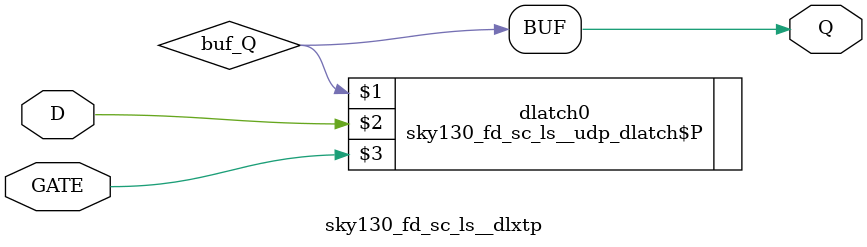
<source format=v>
/*
 * Copyright 2020 The SkyWater PDK Authors
 *
 * Licensed under the Apache License, Version 2.0 (the "License");
 * you may not use this file except in compliance with the License.
 * You may obtain a copy of the License at
 *
 *     https://www.apache.org/licenses/LICENSE-2.0
 *
 * Unless required by applicable law or agreed to in writing, software
 * distributed under the License is distributed on an "AS IS" BASIS,
 * WITHOUT WARRANTIES OR CONDITIONS OF ANY KIND, either express or implied.
 * See the License for the specific language governing permissions and
 * limitations under the License.
 *
 * SPDX-License-Identifier: Apache-2.0
*/


`ifndef SKY130_FD_SC_LS__DLXTP_FUNCTIONAL_V
`define SKY130_FD_SC_LS__DLXTP_FUNCTIONAL_V

/**
 * dlxtp: Delay latch, non-inverted enable, single output.
 *
 * Verilog simulation functional model.
 */

`timescale 1ns / 1ps
`default_nettype none

// Import user defined primitives.
`include "../../models/udp_dlatch_p/sky130_fd_sc_ls__udp_dlatch_p.v"

`celldefine
module sky130_fd_sc_ls__dlxtp (
    Q   ,
    D   ,
    GATE
);

    // Module ports
    output Q   ;
    input  D   ;
    input  GATE;

    // Local signals
    wire buf_Q;

    //                            Name     Output  Other arguments
    sky130_fd_sc_ls__udp_dlatch$P dlatch0 (buf_Q , D, GATE        );
    buf                           buf0    (Q     , buf_Q          );

endmodule
`endcelldefine

`default_nettype wire
`endif  // SKY130_FD_SC_LS__DLXTP_FUNCTIONAL_V
</source>
